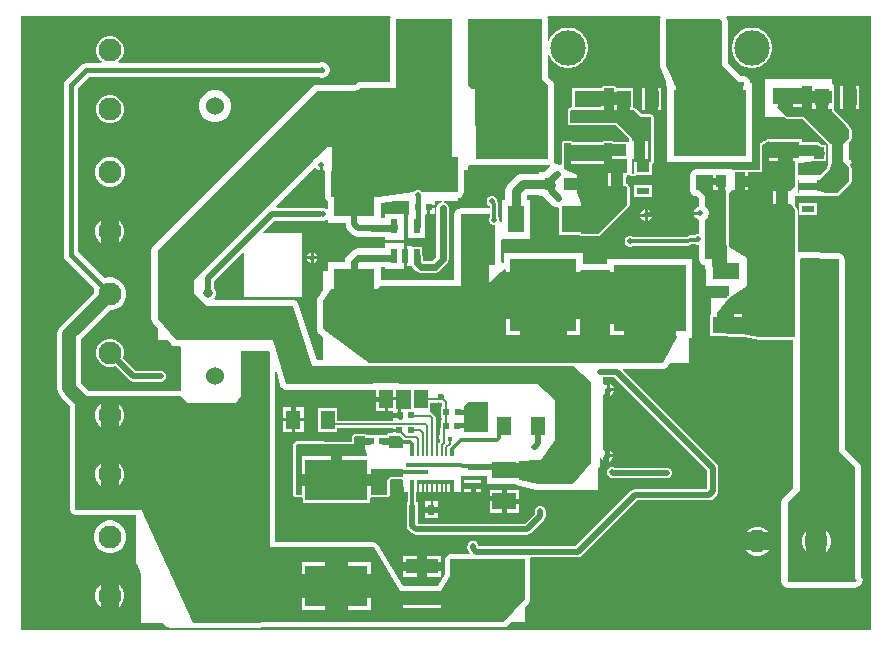
<source format=gbr>
%FSTAX23Y23*%
%MOIN*%
%SFA1B1*%

%IPPOS*%
%ADD10R,0.035430X0.039370*%
%ADD11R,0.041340X0.023620*%
%ADD15C,0.023620*%
%ADD16R,0.023620X0.024410*%
%ADD20R,0.047240X0.062990*%
%ADD27R,0.107090X0.048030*%
%ADD37R,0.037010X0.021260*%
%ADD41C,0.019680*%
%ADD42C,0.015750*%
%ADD43C,0.011810*%
%ADD44C,0.007870*%
%ADD45C,0.023620*%
%ADD51C,0.076770*%
%ADD52C,0.060000*%
%ADD53C,0.118110*%
%ADD54C,0.019680*%
%ADD55C,0.031500*%
%ADD56C,0.015750*%
%ADD57R,0.055000X0.090000*%
%ADD58R,0.224020X0.243310*%
%ADD59R,0.090000X0.055000*%
%ADD60R,0.243310X0.224020*%
%ADD61R,0.135830X0.057090*%
%ADD62R,0.045280X0.055120*%
%ADD63R,0.023620X0.047240*%
%ADD64R,0.208660X0.137400*%
%ADD65R,0.074800X0.011810*%
%ADD66R,0.011810X0.027560*%
%ADD67R,0.007870X0.027560*%
%ADD68R,0.079130X0.054330*%
%ADD69R,0.018700X0.019680*%
%ADD70R,0.021260X0.037010*%
%ADD71C,0.031500*%
%ADD72C,0.051180*%
%ADD73C,0.035430*%
%ADD74C,0.047240*%
%ADD75C,0.010000*%
%LNpwr_board_final_copper_signal_bot-1*%
%LPD*%
G36*
X02335Y0203D02*
Y01882D01*
X02392Y01825*
X0241*
Y01812*
X02405*
Y0169*
X02184*
Y01812*
X02179*
X02165Y01845*
X0215Y01878*
Y02035*
X0233*
X02335Y0203*
G37*
G36*
X01735Y01834D02*
X01757Y01814D01*
X01757*
Y01814*
Y01814*
Y01802*
X01757Y01802*
X01756*
Y0168*
X01513*
Y01802*
X01503*
X0149Y01815*
Y02035*
X01735*
Y01834*
G37*
G36*
X0197Y01619D02*
X01998D01*
Y0158*
X0197*
Y0157*
X0202*
Y01525*
X02017Y01521*
X02015*
X02006*
Y015*
Y01478*
X02015*
X02017*
X0202Y01474*
Y01415*
X01925Y0132*
X01867*
Y01325*
X0183*
Y01411*
X01867*
Y01423*
X0186Y0144*
X01854Y01455*
Y01465*
X01826*
Y01504*
X01854*
Y01514*
X0181Y01535*
Y0154*
Y01621*
X01833*
Y01616*
X01888*
X01943*
Y01621*
X0197*
Y01619*
G37*
G36*
X02834Y0D02*
X0D01*
Y02047*
X0123*
X01232Y02043*
X01232Y02042*
X0123Y02035*
Y01825*
X0113*
X01127Y01824*
X01124Y01824*
X01123Y01823*
X01122Y01823*
X0112Y01822*
X01117Y0182*
X01114Y01818*
X01112Y01817*
X01109Y01817*
X00988*
X0098Y01815*
X00973Y01811*
X0044Y01278*
X00436Y01271*
X00434Y01264*
Y01035*
X00435Y01031*
X00435Y01028*
X00436Y01028*
X00436Y01027*
X00438Y01024*
X00439Y01021*
X00455Y01004*
Y00965*
X00488*
X00499Y00951*
X005Y00951*
X005Y0095*
X00503Y00949*
X00505Y00947*
X00506Y00946*
X00507Y00946*
X0051Y00945*
X00513Y00944*
X00514Y00945*
X00515Y00944*
X00529*
X00534Y00939*
X00534Y008*
X00532Y00796*
X00225*
X00199Y00821*
Y00967*
X00297Y01065*
X00303*
X00316Y01069*
X00329Y01076*
X00339Y01086*
X00346Y01099*
X0035Y01112*
Y01127*
X00346Y0114*
X00339Y01153*
X00329Y01163*
X00316Y0117*
X00303Y01174*
X00288*
X00278Y01171*
X00189Y01259*
Y01805*
X00226Y01841*
X00993*
X00999Y0184*
X01006*
X01012Y01841*
X01018Y01845*
X01023Y01849*
X01026Y01855*
X01028Y01862*
Y01868*
X01026Y01875*
X01023Y01881*
X01018Y01886*
X01012Y01889*
X01006Y01891*
X00999*
X00993Y01889*
X00325*
X00323Y01894*
X00324Y01894*
X00332Y01903*
X00339Y01913*
X00342Y01925*
Y01937*
X00339Y01949*
X00332Y0196*
X00324Y01968*
X00313Y01974*
X00302Y01978*
X00289*
X00278Y01974*
X00267Y01968*
X00258Y0196*
X00252Y01949*
X00249Y01937*
Y01925*
X00252Y01913*
X00258Y01903*
X00267Y01894*
X00268Y01894*
X00266Y01889*
X00216*
X00207Y01887*
X00199Y01882*
X00148Y01832*
X00143Y01824*
X00141Y01815*
Y0125*
X00143Y0124*
X00148Y01232*
X00244Y01137*
X00241Y01127*
Y01122*
X00131Y01012*
X00125Y01003*
X00121Y00994*
X0012Y00984*
Y00805*
X00121Y00794*
X00125Y00785*
X00131Y00776*
X00164Y00743*
Y004*
X00166Y00393*
X00169Y00388*
X00174Y00385*
X0018Y00383*
X00383*
Y00225*
X00383Y00224*
X00383Y00224*
X00384Y00221*
X00385Y00218*
X00385Y00218*
X00385Y00218*
X004Y00186*
Y00023*
X00401Y00022*
X00474*
X00475Y00018*
X00476Y00017*
X00476Y00017*
X00476Y00017*
X00477Y00016*
X00478Y00014*
X00478Y00014*
X00479Y00012*
X0048Y00012*
X0048Y00012*
X00481Y00011*
X00482Y0001*
X00482Y0001*
X00482Y0001*
X00483Y0001*
X00485Y00009*
X00485Y00009*
X00485Y00009*
X00487Y00008*
X00488Y00008*
X00489Y00008*
X0049*
X00491Y00008*
X00491*
X00492Y00007*
X00798*
X00799Y00008*
X00801*
X00803Y00008*
X00804Y00008*
X01605*
X01605*
X0161*
X0161*
X0161Y00009*
X0161Y00008*
X01613Y00009*
X01616Y0001*
X01616Y0001*
X01616Y0001*
X01618Y00012*
X01621Y00013*
X01621*
X01621Y00013*
X01621Y00014*
X01631Y00025*
X0168*
Y00077*
X01692Y0009*
X01694Y00092*
X01695Y00095*
X01695Y00095*
X01695Y00095*
X01696Y00098*
X01696Y00101*
Y0013*
Y00235*
X01696Y00237*
X017Y00242*
X01855*
X01862Y00243*
X01867Y00247*
X02052Y00431*
X02294*
X02301Y00433*
X02307Y00437*
X02318Y00448*
X02322Y00454*
X02323Y00461*
Y00539*
X02322Y00546*
X02318Y00551*
X02005Y00865*
X02007Y00869*
X0214*
X02143Y0087*
X02146Y0087*
X02146Y00871*
X02147Y00871*
X0215Y00873*
X02153Y00874*
X02153Y00875*
X02154Y00875*
X02155Y00878*
X02157Y0088*
X02162Y0089*
X02186*
X02187Y0089*
X02225Y0089*
Y00973*
X02236*
Y01236*
X01953*
Y01219*
X01871*
Y01256*
X01608*
Y01223*
X01605Y01222*
X016Y01225*
Y01299*
X01602Y01303*
X01697*
Y01432*
X01685*
Y01447*
X01687Y01449*
X01726*
Y01445*
X0174*
X01743Y01442*
X01767Y01417*
X01774Y01412*
X01781Y01409*
X0179Y01408*
X0179Y01408*
X01794Y01405*
Y01315*
X01861*
X01861Y01314*
X01864Y01312*
X01867Y01311*
X01925*
X01928Y01312*
X0193Y01314*
X02025Y01409*
X02027Y01411*
X02028Y01415*
Y01474*
X02027Y01475*
Y01475*
X02027Y01476*
X02027Y01477*
X02026Y01478*
X02026Y01478*
X02024Y01482*
X02023Y01483*
X02023Y01483*
X02022Y01484*
X02021Y01484*
X02021Y01485*
X0202Y01485*
X02019Y01485*
X02018Y01486*
X02015Y01489*
Y0151*
X02018Y01513*
X02019Y01514*
X0202Y01514*
X02021Y01514*
X02021Y01515*
X02022Y01515*
X02022Y01515*
X02023Y01516*
X02026Y01516*
X02026Y01516*
X02028Y01515*
X02029Y01514*
X02031Y01512*
X02035Y01511*
X02042*
X02045Y01512*
X02048Y01514*
X0205Y01516*
X0205Y01517*
X02101*
Y01536*
X02102Y01537*
Y01551*
X02103Y01551*
X02105Y01553*
X02107Y01556*
X02108Y01559*
Y01575*
Y0171*
X02107Y01713*
X02105Y01715*
X02103Y01717*
X021Y01718*
X02068*
X0205Y01735*
X0205Y01735*
X02049Y01736*
X02045Y01739*
X02045Y01739*
X02044Y01739*
X02043Y0174*
X02043Y0174*
X02042Y0174*
X02041Y0174*
X02039*
Y01805*
X01984*
X01983Y01808*
X01981Y0181*
X01979Y01812*
X01976Y01813*
X01943*
X0194Y01812*
X01937Y0181*
X01935Y01808*
X01935Y01805*
X01835*
Y01744*
X01832Y0174*
X01831Y0174*
X0183Y01739*
X0183Y01739*
X01829Y01739*
X01828Y01738*
X01827Y01738*
X01827Y01738*
X01827Y01737*
X01824Y01734*
X01823Y01733*
X01822Y01731*
X01822Y01731*
X01822Y01731*
X01822Y0173*
X01821Y01728*
Y0169*
X01822Y01686*
X01824Y01684*
X01826Y01682*
X0183Y01681*
X01981*
X02026Y01636*
Y01631*
X02025Y01628*
X02022Y01627*
X01999*
X01998Y01627*
X01976*
X01973Y01629*
X0197Y0163*
X01943*
X0194Y01629*
X01937Y01627*
X01936Y01625*
X0184*
X01838Y01627*
X01836Y01629*
X01833Y0163*
X0181*
X01806Y01629*
X01804Y01627*
X01802Y01625*
X01801Y01621*
Y01552*
X01796Y01549*
X01793Y0155*
X01785Y01551*
X01781Y01551*
X01776Y01555*
Y01678*
X01776Y0168*
Y01799*
X01777Y01802*
Y01802*
Y01814*
X01777Y01815*
X01777Y01815*
X01777Y01815*
X01777Y01815*
X01776Y01818*
X01776Y01821*
X01775Y01822*
X01775Y01822*
X01775Y01822*
X01775Y01822*
X01775Y01823*
X01775Y01823*
X01773Y01825*
X01771Y01828*
X01771Y01828*
X01771Y01829*
X01771Y01829*
X01771Y01829*
X0177Y01829*
X0177Y01829*
X01755Y01843*
Y01915*
X0176Y01916*
X01763Y01908*
X0177Y01897*
X0178Y01888*
X01791Y0188*
X01803Y01875*
X01816Y01873*
X01829*
X01842Y01875*
X01854Y0188*
X01865Y01888*
X01874Y01897*
X01882Y01908*
X01887Y0192*
X01889Y01933*
Y01946*
X01887Y01959*
X01882Y01971*
X01874Y01982*
X01865Y01991*
X01854Y01999*
X01842Y02004*
X01829Y02006*
X01816*
X01803Y02004*
X01791Y01999*
X0178Y01991*
X0177Y01982*
X01763Y01971*
X0176Y01963*
X01755Y01964*
Y02035*
X01753Y02042*
X01753Y02043*
X01755Y02047*
X02129*
X02131Y02043*
X02131Y02042*
X02129Y02035*
Y01878*
X02129Y01878*
X02129Y01877*
X0213Y01874*
X02131Y0187*
X02131Y0187*
X02131Y0187*
X02146Y01836*
Y01836*
X0215Y01829*
Y01812*
X02153*
Y01558*
X02436*
Y01821*
X0243*
Y01825*
X02428Y01832*
X02424Y01839*
X02417Y01843*
X0241Y01845*
X024*
X02355Y0189*
Y0203*
X02353Y02037*
X0235Y02042*
X02352Y02047*
X02834*
Y0*
G37*
G36*
X01976Y01805D02*
Y01791D01*
X02008*
Y0177*
X0203*
Y01732*
X02041*
X02045Y01729*
X02065Y0171*
X021*
Y01575*
Y01559*
X02093*
Y01537*
X02052*
Y01559*
X02042*
Y0152*
X02035*
Y0157*
X02043*
Y016*
Y01629*
X02035*
Y0164*
X01985Y0169*
X0183*
Y01728*
X01833Y01732*
X01943*
Y01744*
X01888*
Y01795*
X01943*
Y01805*
X01976*
G37*
G36*
X01005Y0153D02*
X01008Y01532D01*
X01013Y01529*
X01012Y01447*
X01012Y01447*
X01012Y01446*
X01012Y01443*
X01013Y0144*
X01013Y01439*
X01013Y01439*
X01015Y01436*
X01017Y01433*
X01018Y01433*
X01018Y01432*
X01023Y01428*
X01023Y01428*
Y01403*
X01018Y01401*
X01017Y01403*
X01009Y01406*
X01*
X00999Y01406*
X00995Y01407*
X00852*
X0085Y01411*
X00978Y01539*
X00983Y01538*
X00988Y01533*
X00995Y0153*
Y0155*
X01005*
Y0153*
G37*
G36*
X01435Y01575D02*
X01455D01*
Y01459*
X01336*
X01332Y01463*
X01325Y01466*
X01318*
X01311Y01463*
X01307Y01458*
X01188Y01442*
X01177*
Y01404*
X01043*
Y01442*
X01037*
X01032Y01447*
X01035Y0161*
X0102*
X00988Y01577*
X00981Y01573*
X00976Y01568*
X00972Y01561*
X00575Y01165*
Y01122*
X00615Y0108*
X00905*
X0097Y0088*
X0159*
X0184*
X019Y00825*
Y00741*
Y00556*
X0184Y00485*
X01725*
X01721Y00485*
X01664Y005*
X0166*
Y005*
Y00506*
X0161*
Y00557*
X0166*
Y00562*
X01725Y00565*
X01726Y00566*
X01734Y00567*
X0178Y00631*
Y00764*
X0172Y0082*
X0126*
Y00821*
X01173*
Y0082*
X00883*
X0084Y00965*
X00515*
X00455Y01035*
Y01264*
X00988Y01797*
X0111*
X01118Y01798*
X01124Y018*
X01128Y01803*
X0113Y01805*
X0125*
Y02035*
X01435*
Y01575*
G37*
G36*
X01763Y01543D02*
X01762Y01542D01*
X01744Y01524*
X01726*
Y0152*
X01673*
X01663Y01519*
X01655Y01515*
X01647Y0151*
X01624Y01487*
X01619Y01479*
X01615Y01471*
X01614Y01461*
Y01432*
X01602*
Y0136*
X01602Y0136*
X01597Y01359*
X01597Y01359*
X01596Y01361*
X01595Y01362*
X01594Y01363*
Y0137*
X01591Y01376*
X0159Y01377*
Y01419*
X01589Y01424*
X01586Y01428*
Y01432*
X01584Y01438*
X01579Y01443*
X01572Y01446*
X01565*
X01559Y01443*
X01554Y01438*
X01551Y01432*
Y01425*
X01554Y01418*
X01559Y01413*
X01562Y01412*
Y01405*
X01465*
X01457Y01403*
X0145Y01399*
X01446Y01392*
X01444Y01385*
Y01165*
X01198*
Y01208*
X01212*
Y01202*
X01275*
Y01212*
X01275*
Y01245*
Y01279*
X01275*
Y01289*
X01212*
Y01271*
X01124*
X01116Y0127*
X01108Y01267*
X01102Y01262*
X01088Y01248*
X01083Y01242*
X0108Y01234*
X01079Y01226*
Y01224*
X01023*
Y01195*
X01005*
X01005Y01194*
Y01132*
X00989Y01107*
X00988Y01105*
X00987Y01104*
X00986Y01102*
X00986Y011*
X00986Y01098*
X00985Y01096*
Y01002*
X00986Y01*
X00986Y00998*
X00986Y00996*
X00987Y00994*
X00988Y00993*
X00988Y00991*
X0099Y00989*
X00991Y00987*
X00993Y00986*
X00994Y00985*
X01005Y00977*
Y009*
X00985*
X00924Y01086*
X00923Y01086*
X00923Y01087*
X00921Y0109*
X0092Y01093*
X00919Y01093*
X00919Y01094*
X00916Y01095*
X00914Y01097*
X00913Y01098*
X00912Y01098*
X00909Y01099*
X00906Y011*
X00905Y01099*
X00905Y011*
X00646*
X00645Y01102*
X00644Y01105*
X00647Y0111*
X00649Y01117*
Y01125*
X00647Y01132*
X00644Y01138*
Y01163*
X00739Y01258*
X00744Y01256*
Y01108*
X00937*
Y01321*
X00809*
X00807Y01325*
X00844Y01362*
X00995*
X00999Y01363*
X01Y01363*
X01009*
X01017Y01366*
X01018Y01368*
X01023Y01366*
Y01355*
X01081*
Y01351*
X01082Y01343*
X01085Y01336*
X01089Y0133*
X01101Y01318*
X01107Y01314*
X01114Y01311*
X01122Y0131*
X01159*
X01161Y01309*
X01169Y01308*
X01212*
Y013*
X01275*
Y01337*
X01275Y0134*
Y01344*
X01275Y01346*
Y01387*
X01212*
Y01371*
X01198*
Y01423*
X01245Y0143*
X01294*
Y01383*
X0129*
Y01304*
X01345*
Y01347*
X01345Y01347*
Y01382*
X01349*
Y01387*
X01353*
Y0141*
X01358*
Y01415*
X01379*
Y01429*
X01401*
X01401Y01424*
X01397Y01423*
X0139Y01419*
X01386Y01412*
X01384Y01405*
Y01243*
X01371Y0123*
X0134*
X01338Y01232*
Y01245*
X01337Y01247*
Y01277*
X01302*
Y01279*
X01285*
Y01245*
Y01212*
X01302*
X01304Y01209*
X01317Y01195*
X01324Y01191*
X01332Y01189*
X0138*
X01381Y0119*
X01383*
X01385Y01191*
X01387Y01191*
X01389Y01192*
X01391Y01193*
X01392Y01194*
X01394Y01195*
X01419Y0122*
X01423Y01227*
X01425Y01235*
Y01405*
X01423Y01412*
X01419Y01419*
X01412Y01423*
X01408Y01424*
X01408Y01429*
X01457*
Y01439*
X01463Y0144*
X0147Y01445*
X01474Y01451*
X01475Y01459*
Y0153*
X01476Y01531*
X01489*
Y01546*
X01493Y01548*
X01761*
X01763Y01543*
G37*
G36*
X01562Y01377D02*
X01561Y01376D01*
X01558Y0137*
Y01363*
X01561Y01356*
X01566Y01351*
X01573Y01348*
X0158*
X0158Y01348*
Y01215*
X0156*
Y01155*
X01576Y01171*
X01598Y01193*
X01613Y01201*
X01617Y01198*
Y01193*
X0174*
X01862*
Y01194*
X01867Y01199*
X01963*
X01963Y01194*
Y01191*
X02095*
Y01105*
X02181*
Y00982*
X02181*
X02185Y00977*
X0214Y0089*
X0116*
X01005Y01002*
Y01096*
X01032Y01136*
X01037Y01137*
X01043*
Y01175*
X01177*
Y01137*
X01188*
X0119Y01138*
X01195Y01144*
Y01145*
X01465*
Y01385*
X01562*
Y01377*
G37*
G36*
X01555Y00659D02*
X01475D01*
Y00671*
X01454*
Y00688*
X01475*
Y007*
Y00702*
X01475Y00705*
Y00716*
X01456*
Y00733*
X01475*
Y00744*
X0149Y00759*
X01494Y0076*
X01555*
Y00659*
G37*
G36*
X01396Y00755D02*
X01402D01*
X01403Y00754*
Y00742*
X01398*
Y00707*
X01403*
Y007*
X01398*
Y00672*
X01397Y00671*
Y00655*
X01397Y00653*
Y00651*
X01394Y00649*
Y0063*
X01384*
Y00649*
X01382Y00651*
Y00688*
X01382Y00692*
Y00692*
Y00704*
X01381Y00708*
X01379Y00712*
X01369Y00722*
X01365Y00724*
X01362Y00725*
X01362Y0073*
X01362*
Y00757*
X01387*
X01388Y00758*
X01396Y00755*
G37*
G36*
X0083Y00927D02*
Y00275D01*
X01175*
X01263Y0013*
X01272*
Y00129*
X01399*
Y0013*
X01399*
X0143Y0018*
Y00235*
X0168*
Y00101*
X0161Y00025*
X01605*
X008*
Y00024*
X00798Y00023*
X00571*
X004Y00403*
Y004*
X00182*
X00181Y004*
X0018Y00401*
Y00743*
Y0078*
X00225*
X00532*
X00534Y00778*
X00553Y00754*
X00716*
X00733Y00778*
Y00929*
X00826Y0093*
X0083Y00927*
G37*
G36*
X01145Y00645D02*
Y0064D01*
X01167*
Y00616*
X01145*
Y00606*
X01151Y00582*
X01148Y00578*
X0107*
Y00519*
X01165*
Y00535*
X01273*
Y0051*
X01268Y0051*
X0123*
X0122Y005*
Y0045*
X01165*
Y0048*
X0105*
X00936*
Y0045*
X00915*
Y00616*
X00918Y0062*
X01109Y00619*
Y00641*
X01113Y00645*
X01145Y00645*
G37*
G36*
X01242Y00647D02*
X0126D01*
X01272Y00634*
X01273Y00634*
Y00605*
X01229*
X01225Y00606*
Y00616*
X01203*
Y0064*
X01225*
Y00647*
X01242*
Y00647*
G37*
G36*
X01438Y00484D02*
X0132D01*
Y00498*
X01438*
Y00484*
G37*
G36*
X00864Y00814D02*
X00864Y00813D01*
X00864Y00812*
X00866Y00809*
X00867Y00807*
X00868Y00806*
X00869Y00805*
X00871Y00804*
X00873Y00802*
X00874Y00802*
X00875Y00801*
X00878Y008*
X00881Y008*
X00882Y008*
X00883Y00799*
X01173*
X01178Y008*
X01183Y00798*
Y00775*
X01217*
X0125*
Y00798*
X01255Y008*
X0126Y00799*
X01299*
Y00735*
X01283*
Y00737*
X01266*
Y00715*
X01261*
Y0071*
X0124*
Y00697*
X01239Y00697*
X01053*
Y00739*
X0099*
Y0066*
X01053*
Y00672*
X0124*
Y0067*
X01259*
Y0066*
X0124*
Y00655*
X01225*
X01222Y00655*
X01219Y00653*
X01217Y0065*
X01217Y00648*
X01152*
X01151Y00649*
X0115Y0065*
X0115Y0065*
X0115Y0065*
X01149Y00651*
X01148Y00652*
X01148Y00652*
X01148Y00652*
X01146Y00652*
X01145Y00653*
X01113Y00653*
X01113*
X01113*
X01111Y00652*
X0111Y00652*
Y00652*
X0111*
X01108Y00651*
X01107Y0065*
Y0065*
X01107*
X01104Y00647*
X01104Y00647*
X01103Y00645*
X01102Y00644*
Y00644*
Y00644*
X01102Y00643*
X01101Y00641*
X01101Y00641*
X01101Y00641*
Y0063*
X01098Y00627*
X00918Y00628*
X00918*
X00918Y00628*
X00917Y00628*
X00915Y00627*
X00915*
X00915Y00627*
X00914Y00626*
X00912Y00625*
X00912Y00625*
X00912Y00625*
X00909Y00622*
X00909Y00622*
X00909Y00622*
X00908Y00621*
X00907Y00619*
Y00619*
X00907Y00619*
X00907Y00618*
X00906Y00616*
Y00616*
Y00616*
Y0045*
X00907Y00446*
X00909Y00444*
X00911Y00442*
X00915Y00441*
X00936*
X00938Y0044*
Y00423*
X01163*
Y0044*
X01165Y00441*
X0122*
X01223Y00442*
X01226Y00444*
X01228Y00446*
X01228Y0045*
Y00496*
X01234Y00501*
X01268*
X01269Y00502*
X01269Y00502*
X01269Y00502*
X01274Y00497*
X01275Y0046*
X01289*
Y00426*
X01285*
Y00373*
X01286*
Y00346*
X01287Y00339*
X01291Y00333*
X01303Y00322*
X01309Y00318*
X01315Y00316*
X01685*
X01692Y00318*
X01698Y00322*
X01743Y00367*
X01747Y00373*
X01748Y0038*
Y00395*
X01748Y00396*
Y00398*
X01747Y004*
X01747Y00401*
X01746Y00403*
X01745Y00405*
X01744Y00406*
X01743Y00407*
X01742Y00408*
X0174Y0041*
X01739Y0041*
X01737Y00411*
X01736Y00412*
X01734Y00412*
X01732*
X0173Y00413*
X01729Y00412*
X01727*
X01725Y00412*
X01723Y00411*
X01722Y0041*
X0172Y0041*
X01719Y00408*
X01718Y00407*
X01717Y00406*
X01715Y00405*
X01715Y00403*
X01714Y00401*
X01713Y004*
X01713Y00398*
Y00396*
X01712Y00395*
Y00387*
X01678Y00353*
X01323*
X01322Y00354*
Y00373*
X01322*
Y00426*
X01317*
Y00435*
Y0046*
X01465*
Y0049*
Y00508*
X01467Y00512*
X01544*
Y00513*
X01551*
Y00485*
X01647*
X01652Y00481*
X0166Y00479*
X01661*
X01717Y00466*
X01721Y00465*
X01723Y00465*
X01725Y00464*
X0184*
X01841Y00465*
X01842Y00465*
X01845Y00465*
X01848Y00466*
X01849Y00466*
X01849Y00467*
X01851Y00468*
X01856Y00466*
X01856Y00466*
X01923*
Y00539*
X01928Y00544*
Y00546*
X01929Y00547*
Y00572*
X01934Y00573*
X01936Y00568*
X01942Y00563*
X01948Y0056*
Y00579*
Y00599*
X01945Y00597*
X0194Y00601*
Y00782*
X01945Y00784*
X01946Y00783*
X01952Y0078*
Y008*
Y00819*
X01946Y00817*
X01945Y00816*
X0194Y00818*
Y00841*
X01977*
X02287Y00531*
Y00469*
X02286Y00468*
X02045*
X02038Y00466*
X02032Y00462*
X01847Y00278*
X01524*
X01523Y00279*
Y00279*
X01523Y00281*
Y00282*
X01522Y00284*
X01522Y00286*
X01521Y00287*
X0152Y00289*
X01519Y0029*
X01518Y00292*
X01517Y00293*
X01515Y00294*
X01514Y00295*
X01512Y00296*
X01511Y00296*
X01509Y00297*
X01507*
X01505Y00297*
X01504Y00297*
X01502*
X015Y00296*
X01498Y00296*
X01497Y00295*
X01495Y00294*
X01494Y00293*
X01493Y00292*
X01492Y0029*
X0149Y00289*
X0149Y00287*
X01489Y00286*
X01488Y00284*
X01488Y00282*
Y00281*
X01487Y00279*
Y00271*
X01489Y00264*
X01493Y00258*
X01496Y00255*
X01494Y00251*
X0143*
X01423Y00249*
X01418Y00246*
X01415Y00241*
X01413Y00235*
Y00184*
X0139Y00145*
X01275*
X01272Y00146*
X01188Y00283*
X01187Y00284*
X01187Y00285*
X01186Y00285*
X01186Y00286*
X01185Y00287*
X01184Y00287*
X01183Y00288*
X01182Y00289*
X01181Y00289*
X01181Y00289*
X01179Y0029*
X01178Y0029*
X01177Y0029*
X01176Y0029*
X01175Y0029*
X01175Y00291*
X00846*
Y00858*
X00851Y00859*
X00864Y00814*
G37*
%LNpwr_board_final_copper_signal_bot-2*%
%LPC*%
G36*
X01943Y01563D02*
X01888D01*
X01833*
Y01552*
X01943*
Y01563*
G37*
G36*
X01967Y01521D02*
X01956D01*
Y01478*
X01967*
Y015*
Y01521*
G37*
G36*
X02442Y02006D02*
X02429D01*
X02416Y02004*
X02404Y01999*
X02393Y01991*
X02383Y01982*
X02376Y01971*
X02371Y01959*
X02368Y01946*
Y01933*
X02371Y0192*
X02376Y01908*
X02383Y01897*
X02393Y01888*
X02404Y0188*
X02416Y01875*
X02429Y01873*
X02442*
X02455Y01875*
X02467Y0188*
X02478Y01888*
X02487Y01897*
X02495Y01908*
X025Y0192*
X02502Y01933*
Y01946*
X025Y01959*
X02495Y01971*
X02487Y01982*
X02478Y01991*
X02467Y01999*
X02455Y02004*
X02442Y02006*
G37*
G36*
X02793Y01812D02*
X02782D01*
Y01775*
Y01737*
X02793*
Y01812*
G37*
G36*
X02739D02*
X02728D01*
Y01737*
X02739*
Y01775*
Y01812*
G37*
G36*
X02133Y01807D02*
X02123D01*
Y0177*
Y01732*
X02133*
Y01807*
G37*
G36*
X02078D02*
X02068D01*
Y01732*
X02078*
Y0177*
Y01807*
G37*
G36*
X00652Y01798D02*
X00638D01*
X00625Y01794*
X00612Y01787*
X00602Y01777*
X00595Y01765*
X00592Y01752*
Y01738*
X00595Y01724*
X00602Y01712*
X00612Y01702*
X00625Y01695*
X00638Y01691*
X00652*
X00666Y01695*
X00678Y01702*
X00688Y01712*
X00695Y01724*
X00698Y01738*
Y01752*
X00695Y01765*
X00688Y01777*
X00678Y01787*
X00666Y01794*
X00652Y01798*
G37*
G36*
X00302Y01781D02*
X00289D01*
X00278Y01778*
X00267Y01772*
X00258Y01763*
X00252Y01752*
X00249Y01741*
Y01728*
X00252Y01717*
X00258Y01706*
X00267Y01697*
X00278Y01691*
X00289Y01688*
X00302*
X00313Y01691*
X00324Y01697*
X00332Y01706*
X00339Y01717*
X00342Y01728*
Y01741*
X00339Y01752*
X00332Y01763*
X00324Y01772*
X00313Y01778*
X00302Y01781*
G37*
G36*
X02701Y01835D02*
X0248D01*
Y0174*
Y0171*
X02541*
X02548Y01704*
X02549Y01703*
X0255Y01702*
X0255Y01702*
X02551Y01702*
X02552Y01702*
X02553Y01701*
X02606*
X02684Y01624*
X02684Y01623*
X0269Y01618*
Y01548*
X02687Y01539*
X02669Y0152*
X02663Y01515*
X0259*
X02588Y01519*
Y01554*
X02602*
X02606Y01554*
X02608Y01556*
X02608Y01556*
X0261Y01559*
X0261Y01559*
X0263*
X02632Y01562*
X02684*
Y01588*
X02684Y0159*
X02684Y01591*
Y01617*
X02667*
X02666Y01618*
X02661Y01622*
X02655Y01624*
X02648Y01625*
X02601*
Y01635*
X02497*
X02497Y01635*
X02496Y01636*
X02495Y01636*
X02495Y01636*
X02494Y01636*
X02493Y01636*
X02492Y01636*
X02492Y01636*
X02491Y01636*
X0249Y01636*
X02489Y01636*
X02489Y01635*
X02478Y01629*
X02473*
X02473Y01629*
X0247Y01626*
X0247*
Y01625*
X02466Y01623*
X02465Y01622*
X02464Y01621*
X02464Y01621*
X02463Y01621*
X02463Y0162*
X02462Y01619*
X02462Y01618*
X02462Y01618*
X02462Y01617*
X02461Y01616*
Y01533*
X0237*
Y01534*
X02309*
X02305Y01535*
X0225*
X02242Y01533*
X02235Y01529*
X02231Y01522*
X02229Y01515*
Y01465*
X02231Y01457*
X02235Y0145*
X02242Y01446*
X0225Y01444*
X02251*
X02259Y01436*
Y01411*
X0226Y01411*
X02257Y01408*
X0225Y01405*
X02244Y01399*
X02242Y01393*
X02261*
Y01383*
X02242*
X02244Y01377*
X0225Y01371*
X02257Y01368*
X0226Y01365*
X02259Y01364*
Y01319*
X02252*
X02246Y01316*
X02244Y01314*
X02228*
X02223Y01313*
X02219Y0131*
X02217Y01309*
X02041*
X0204Y0131*
X02033Y01312*
X02026*
X02019Y0131*
X02014Y01305*
X02012Y01298*
Y01291*
X02014Y01284*
X02019Y01279*
X02026Y01277*
X02033*
X0204Y01279*
X02041Y0128*
X02223*
X02228Y01282*
X02232Y01285*
X02234Y01286*
X02246*
X02246Y01286*
X02252Y01283*
X02259*
Y01235*
X02261Y01227*
X02265Y0122*
X02272Y01216*
X02279Y01214*
X0228Y01206*
X02283Y012*
Y01196*
X02283Y01193*
Y01147*
X0236*
Y01114*
X02355Y01111*
X02354Y01111*
X02354Y0111*
X02354Y0111*
X02353Y0111*
X02349Y01105*
X023*
Y01052*
X02295Y0105*
X02295*
Y00979*
X02348*
X02348Y00979*
X02355*
X0236Y00977*
Y00975*
X02413*
X02458Y00967*
X02459Y00967*
X0246Y00966*
X02574*
Y00473*
X0254Y00439*
X02536Y00432*
X02534Y00425*
Y0016*
X02536Y00152*
X0254Y00145*
X02547Y00141*
X02555Y00139*
X0278*
X02787Y00141*
X02794Y00145*
X02799Y0015*
X02803Y00157*
X02805Y00165*
X02803Y00172*
X028Y00177*
Y0054*
X02798Y00547*
X02794Y00554*
X02745Y00603*
Y01235*
X02744Y01238*
X02743Y01241*
X02743Y01242*
X02743Y01242*
X02741Y01245*
X02739Y01248*
X02739Y01248*
X02739Y01249*
X02736Y01251*
X02733Y01253*
X02733Y01253*
X02732Y01253*
X02729Y01254*
X02725Y01255*
X02599Y01259*
X02599Y01259*
X02598Y01259*
X02595Y01259*
X02593Y01258*
X02588Y01261*
X02588Y01262*
Y014*
X02587Y014*
X02587Y01401*
X02587Y01402*
X02587Y01403*
X02586Y01403*
X02586Y01404*
X0258Y01413*
Y01446*
X02581Y01447*
X02585Y01448*
X02586Y01447*
X0259Y01446*
X0272*
X02723Y01447*
X02725Y01449*
X02765Y01489*
X02767Y01491*
X02768Y01495*
Y0154*
X02767Y01543*
X02765Y01545*
X02763Y01547*
X02763Y01548*
X02764Y01553*
X02765Y01554*
X02767Y01556*
X02768Y0156*
X02767Y01563*
X02765Y01565*
X02765Y01565*
X02762Y01567*
X0276Y01568*
Y01626*
X02765Y01632*
X02767Y01635*
X02768Y01638*
Y01665*
X02767Y01665*
X02767Y01666*
X02767Y01667*
X02767Y01668*
X02766Y01668*
X02766Y01669*
X0276Y01679*
Y0168*
X02759*
X02756Y01684*
X02756Y01685*
X02755Y01685*
X02709Y01731*
Y01812*
X02709Y01814*
X02709Y01815*
X02709Y01815*
X02709Y01815*
X02708Y01816*
X02707Y01818*
X02707Y01818*
Y01818*
X02706Y01819*
X02704Y01819*
X02704*
X02704Y01819*
X02703Y0182*
X02701Y0182*
X02701*
Y01835*
G37*
G36*
X00302Y01575D02*
X00289D01*
X00276Y01571*
X00265Y01565*
X00255Y01555*
X00249Y01544*
X00245Y01531*
Y01518*
X00249Y01505*
X00255Y01494*
X00265Y01484*
X00276Y01478*
X00289Y01474*
X00302*
X00315Y01478*
X00326Y01484*
X00336Y01494*
X00342Y01505*
X00346Y01518*
Y01531*
X00342Y01544*
X00336Y01555*
X00326Y01565*
X00315Y01571*
X00302Y01575*
G37*
G36*
X02101Y01482D02*
X02044D01*
Y01442*
X02101*
Y01482*
G37*
G36*
X02088Y01401D02*
Y01387D01*
X02102*
X021Y01393*
X02094Y01399*
X02088Y01401*
G37*
G36*
X02078D02*
X02071Y01399D01*
X02066Y01393*
X02063Y01387*
X02078*
Y01401*
G37*
G36*
X02651Y01422D02*
X02594D01*
Y01382*
X02651*
Y01422*
G37*
G36*
X02102Y01377D02*
X02088D01*
Y01362*
X02094Y01365*
X021Y01371*
X02102Y01377*
G37*
G36*
X02078D02*
X02063D01*
X02066Y01371*
X02071Y01365*
X02078Y01362*
Y01377*
G37*
G36*
X00325Y01366D02*
Y01328D01*
Y01289*
X00325Y01289*
X00334Y01298*
X0034Y01309*
X00344Y01321*
Y01334*
X0034Y01346*
X00334Y01357*
X00325Y01366*
X00325Y01366*
G37*
G36*
X00266D02*
X00266Y01366D01*
X00257Y01357*
X0025Y01346*
X00247Y01334*
Y01321*
X0025Y01309*
X00257Y01298*
X00266Y01289*
X00266Y01289*
Y01328*
Y01366*
G37*
G36*
X00302Y00969D02*
X00289D01*
X00278Y00966*
X00267Y0096*
X00258Y00951*
X00252Y00941*
X00249Y00929*
Y00917*
X00252Y00905*
X00258Y00894*
X00267Y00886*
X00278Y0088*
X00289Y00876*
X00302*
X00313Y00879*
X00361Y00832*
X00367Y00828*
X00374Y00826*
X00465*
X00466Y00827*
X00468*
X0047Y00827*
X00471Y00828*
X00473Y00829*
X00475Y00829*
X00476Y00831*
X00477Y00832*
X00478Y00833*
X0048Y00834*
X0048Y00836*
X00481Y00838*
X00482Y00839*
X00482Y00841*
Y00843*
X00483Y00845*
X00482Y00846*
Y00848*
X00482Y0085*
X00481Y00851*
X0048Y00853*
X0048Y00855*
X00478Y00856*
X00477Y00857*
X00476Y00858*
X00475Y0086*
X00473Y0086*
X00471Y00861*
X0047Y00862*
X00468Y00862*
X00466*
X00465Y00863*
X00381*
X00339Y00905*
X00342Y00917*
Y00929*
X00339Y00941*
X00332Y00951*
X00324Y0096*
X00313Y00966*
X00302Y00969*
G37*
G36*
X0246Y00343D02*
X02447D01*
X02435Y0034*
X02424Y00333*
X02415Y00324*
X02415Y00324*
X02454*
X02492*
X02492Y00324*
X02483Y00333*
X02472Y0034*
X0246Y00343*
G37*
G36*
X00303Y00364D02*
X00288D01*
X00275Y0036*
X00262Y00353*
X00252Y00343*
X00245Y0033*
X00241Y00317*
Y00302*
X00245Y00289*
X00252Y00276*
X00262Y00266*
X00275Y00259*
X00288Y00255*
X00303*
X00316Y00259*
X00329Y00266*
X00339Y00276*
X00346Y00289*
X0035Y00302*
Y00317*
X00346Y0033*
X00339Y00343*
X00329Y00353*
X00316Y0036*
X00303Y00364*
G37*
G36*
X02492Y00265D02*
X02454D01*
X02415*
X02415Y00265*
X02424Y00256*
X02435Y00249*
X02447Y00246*
X0246*
X02472Y00249*
X02483Y00256*
X02492Y00265*
X02492Y00265*
G37*
G36*
X00325Y00151D02*
Y00113D01*
Y00074*
X00325Y00074*
X00334Y00083*
X0034Y00094*
X00344Y00106*
Y00119*
X0034Y00131*
X00334Y00142*
X00325Y00151*
X00325Y00151*
G37*
G36*
X00266D02*
X00266Y00151D01*
X00257Y00142*
X0025Y00131*
X00247Y00119*
Y00106*
X0025Y00094*
X00257Y00083*
X00266Y00074*
X00266Y00074*
Y00113*
Y00151*
G37*
G36*
X01987Y01748D02*
X01976D01*
Y01732*
X01987*
Y01748*
G37*
G36*
X02089Y01629D02*
X02079D01*
Y016*
Y0157*
X02089*
Y01629*
G37*
G36*
X01379Y01405D02*
X01363D01*
Y01387*
X01379*
Y01405*
G37*
G36*
X00975Y01257D02*
Y01245D01*
X00987*
X00985Y0125*
X0098Y01255*
X00975Y01257*
G37*
G36*
X00965D02*
X00959Y01255D01*
X00954Y0125*
X00952Y01245*
X00965*
Y01257*
G37*
G36*
X00987Y01235D02*
X00975D01*
Y01222*
X0098Y01224*
X00985Y01229*
X00987Y01235*
G37*
G36*
X00965D02*
X00952D01*
X00954Y01229*
X00959Y01224*
X00965Y01222*
Y01235*
G37*
G36*
X01862Y01036D02*
X01818D01*
Y00983*
X01862*
Y01036*
G37*
G36*
X01661D02*
X01617D01*
Y00983*
X01661*
Y01036*
G37*
G36*
X02008Y01018D02*
X01963D01*
Y00982*
X02008*
Y01018*
G37*
G36*
X00325Y00753D02*
Y00715D01*
Y00676*
X00325Y00676*
X00334Y00685*
X0034Y00696*
X00344Y00708*
Y00721*
X0034Y00733*
X00334Y00744*
X00325Y00753*
X00325Y00753*
G37*
G36*
X00266D02*
X00266Y00753D01*
X00257Y00744*
X0025Y00733*
X00247Y00721*
Y00708*
X0025Y00696*
X00257Y00685*
X00266Y00676*
X00266Y00676*
Y00715*
Y00753*
G37*
G36*
X00325Y00556D02*
Y00518D01*
Y00479*
X00325Y00479*
X00334Y00488*
X0034Y00499*
X00344Y00511*
Y00524*
X0034Y00536*
X00334Y00547*
X00325Y00556*
X00325Y00556*
G37*
G36*
X00266D02*
X00266Y00556D01*
X00257Y00547*
X0025Y00536*
X00247Y00524*
Y00511*
X0025Y00499*
X00257Y00488*
X00266Y00479*
X00266Y00479*
Y00518*
Y00556*
G37*
G36*
X01165Y00224D02*
X0109D01*
Y00185*
X01165*
Y00224*
G37*
G36*
X01011D02*
X00936D01*
Y00185*
X01011*
Y00224*
G37*
G36*
X01399Y00082D02*
X01272D01*
Y00071*
X01399*
Y00082*
G37*
G36*
X01165Y00106D02*
X0109D01*
Y00066*
X01165*
Y00106*
G37*
G36*
X01011D02*
X00936D01*
Y00066*
X01011*
Y00106*
G37*
G36*
X01031Y00578D02*
X00936D01*
Y00519*
X01031*
Y00578*
G37*
G36*
X01962Y00819D02*
Y00805D01*
X01976*
X01974Y00811*
X01968Y00817*
X01962Y00819*
G37*
G36*
X01976Y00795D02*
X01962D01*
Y0078*
X01968Y00783*
X01974Y00788*
X01976Y00795*
G37*
G36*
X01212Y00765D02*
X01183D01*
Y00728*
X01212*
Y00765*
G37*
G36*
X0125D02*
X01222D01*
Y00728*
X0124*
Y0072*
X01256*
Y00737*
X0125*
Y00765*
G37*
G36*
X00941Y00741D02*
X00912D01*
Y00705*
X00941*
Y00741*
G37*
G36*
X00902D02*
X00874D01*
Y00705*
X00902*
Y00741*
G37*
G36*
X00941Y00695D02*
X00912D01*
Y00658*
X00941*
Y00695*
G37*
G36*
X00902D02*
X00874D01*
Y00658*
X00902*
Y00695*
G37*
G36*
X01958Y00599D02*
Y00584D01*
X01973*
X0197Y00591*
X01964Y00596*
X01958Y00599*
G37*
G36*
X01973Y00574D02*
X01958D01*
Y0056*
X01964Y00563*
X0197Y00568*
X01973Y00574*
G37*
G36*
X0197Y00543D02*
X01969Y00542D01*
X01967*
X01965Y00542*
X01963Y00541*
X01962Y0054*
X0196Y0054*
X01959Y00538*
X01958Y00537*
X01957Y00536*
X01955Y00535*
X01955Y00533*
X01954Y00531*
X01953Y0053*
X01953Y00528*
Y00526*
X01952Y00525*
X01953Y00523*
Y00521*
X01953Y00519*
X01954Y00518*
X01955Y00516*
X01955Y00514*
X01957Y00513*
X01958Y00512*
X0196Y0051*
X01966Y00506*
X01973Y00504*
X02151*
X02153Y00505*
X02155*
X02156Y00505*
X02158Y00506*
X0216Y00507*
X02161Y00507*
X02163Y00509*
X02164Y0051*
X02165Y00511*
X02166Y00512*
X02167Y00514*
X02168Y00515*
X02168Y00517*
X02169Y00519*
Y00521*
X02169Y00522*
X02169Y00524*
Y00526*
X02168Y00528*
X02168Y00529*
X02167Y00531*
X02166Y00532*
X02165Y00534*
X02164Y00535*
X02163Y00536*
X02161Y00537*
X0216Y00538*
X02158Y00539*
X02156Y00539*
X02155Y0054*
X02153*
X02151Y0054*
X01979*
X01977Y00541*
X01976Y00542*
X01974Y00542*
X01972*
X0197Y00543*
G37*
G36*
X01534Y005D02*
X01477D01*
Y00489*
X01505*
X01534*
Y005*
G37*
G36*
Y0047D02*
X01505D01*
X01477*
Y00459*
X01534*
Y00465*
Y0047*
G37*
G36*
X01388Y00428D02*
X01346D01*
Y00409*
X01367*
X01388*
Y00428*
G37*
G36*
X0166Y00465D02*
X0162D01*
Y00428*
Y0039*
X0166*
Y00465*
G37*
G36*
X01601D02*
X01561D01*
Y0039*
X01601*
Y00428*
Y00465*
G37*
G36*
X01388Y0039D02*
X01367D01*
X01346*
Y00371*
X01388*
Y0039*
G37*
G36*
X01399Y00246D02*
X01351D01*
Y00227*
X01399*
Y00246*
G37*
G36*
X0132D02*
X01272D01*
Y00227*
X0132*
Y00246*
G37*
G36*
X01399Y00196D02*
X01351D01*
Y00177*
X01399*
Y00196*
G37*
G36*
X0132D02*
X01272D01*
Y00177*
X0132*
Y00196*
G37*
%LNpwr_board_final_copper_signal_bot-3*%
%LPD*%
G36*
X02683Y01812D02*
X02636D01*
Y01794*
X02668*
X02701*
Y01812*
X02701*
Y01728*
X0275Y0168*
X0276Y01665*
Y01638*
X02741Y01619*
X02739*
Y0159*
Y0156*
X02759*
X0276Y0156*
X02742*
X02742Y01559*
X02741Y01559*
Y01558*
X0276Y0154*
Y01495*
X0272Y01455*
X0268*
X02679Y01455*
X02678*
X02654Y01464*
X02653Y01463*
Y01455*
X02678*
X0268Y01455*
X0259*
Y01501*
X02592Y01499*
Y01489*
X02623*
X02653*
Y01499*
X02659*
X02675Y01515*
X02695Y01535*
X02701Y0156*
X02703*
Y0159*
Y01619*
X027*
X0269Y0163*
X0269*
X0261Y0171*
X02553*
X02517Y01742*
X02521*
Y0178*
X02548*
Y01806*
X02603*
Y01812*
X02683Y01812*
G37*
G36*
X02305Y01515D02*
Y01506D01*
X02333*
Y01495*
X02345*
Y01465*
X0235*
Y0126*
Y01235*
X0228*
Y01364*
X02285Y0137*
X02289Y01376*
X02291Y01384*
Y01392*
X02289Y01399*
X02285Y01406*
X0228Y01411*
Y01445*
X0226Y01465*
X0225*
Y01515*
X02305*
G37*
G36*
X02493Y01626D02*
X02548D01*
Y016*
X02574*
Y01562*
X02603*
X02602Y01562*
X0258*
Y0156*
X0258Y0156*
Y0148*
X02561Y01461*
X02556*
Y0144*
Y01418*
X02567*
X02567Y01418*
X0258Y014*
Y00975*
X0246*
X02404Y00984*
X02403Y00983*
Y00987*
X02348*
Y01015*
X0232*
Y01055*
X0232Y01057*
X0236Y01105*
X0242Y01145*
Y0124*
X0236Y01275*
Y01456*
X02368Y01465*
X02378*
Y01495*
Y01524*
X02368*
X0236Y01525*
X0247*
Y01616*
X02493Y01628*
Y01626*
G37*
G36*
X02725Y01235D02*
Y00595D01*
X0278Y0054*
Y0017*
X02785Y00165*
X0278Y0016*
X02555*
Y00425*
X02595Y00465*
Y01236*
X02598Y01239*
X02725Y01235*
G37*
%LNpwr_board_final_copper_signal_bot-4*%
%LPC*%
G36*
X02603Y01753D02*
X02574D01*
Y01742*
X02603*
Y01753*
G37*
G36*
X02701Y01755D02*
X02688D01*
Y01737*
X02701*
Y01755*
G37*
G36*
X02649D02*
X02636D01*
Y01737*
X02649*
Y01755*
G37*
G36*
X02653Y01465D02*
X02623D01*
X02592*
Y01455*
X02653*
Y01465*
G37*
G36*
X02321Y01483D02*
X02305D01*
Y01465*
X02321*
Y01483*
G37*
G36*
X02521Y01573D02*
X02493D01*
Y01562*
X02521*
Y01573*
G37*
G36*
X02424Y01524D02*
X02414D01*
Y01512*
X02424*
Y01524*
G37*
G36*
Y01477D02*
X02414D01*
Y01465*
X02424*
Y01477*
G37*
G36*
X02517Y01461D02*
X02506D01*
Y01418*
X02517*
Y0144*
Y01461*
G37*
G36*
X02403Y01052D02*
X02375D01*
Y01042*
X02403*
Y01052*
G37*
G36*
X02684Y00329D02*
Y00295D01*
Y0026*
X02689Y00265*
X02695Y00276*
X02699Y00288*
Y00301*
X02695Y00313*
X02689Y00324*
X02684Y00329*
G37*
G36*
X02617D02*
X02612Y00324D01*
X02605Y00313*
X02602Y00301*
Y00288*
X02605Y00276*
X02612Y00265*
X02617Y0026*
Y00295*
Y00329*
G37*
%LNpwr_board_final_copper_signal_bot-5*%
%LPD*%
G54D10*
X02333Y01495D03*
X02396D03*
X01763Y01485D03*
X01826D03*
X02721Y0159D03*
X02658D03*
X02061Y016D03*
X01998D03*
G54D11*
X02536Y0144D03*
X02623Y01402D03*
Y01477D03*
X02073Y01537D03*
Y01462D03*
X01986Y015D03*
G54D15*
X02685Y01685D03*
X0205D03*
X0138Y0121D03*
X0111Y01045D03*
X01105Y0147D03*
X014Y00775D03*
X0169Y0054D03*
X0105Y0059D03*
X01221Y0004D03*
X0105D03*
G54D16*
X01358Y0141D03*
X01321D03*
X01298Y00715D03*
X01261D03*
X01454Y0068D03*
X01417D03*
X01203Y00628D03*
X01167D03*
G54D20*
X00907Y007D03*
X01022D03*
X01217Y0077D03*
X01331D03*
X01609Y0068D03*
X01723D03*
G54D27*
X01335Y00105D03*
Y00212D03*
G54D37*
X01505Y00542D03*
Y0048D03*
G54D41*
X01517Y0026D02*
X01855D01*
X02045Y0045*
X02294*
X00225Y01241D02*
Y01428D01*
X00237Y0144D02*
X0037D01*
X00225Y01241D02*
X00237Y0123D01*
X00225Y01428D02*
X00237Y0144D01*
Y0123D02*
X0029D01*
X02305Y00461D02*
Y00539D01*
X0193Y0086D02*
X01985D01*
X02305Y00539*
X00835Y01385D02*
X00995D01*
X00622Y01172D02*
X00835Y01385D01*
X00295Y00923D02*
X00374Y00845D01*
X00465*
X00415Y00935D02*
X0045D01*
X00398Y00951D02*
X00415Y00935D01*
X00379Y0097D02*
X00398Y00951D01*
D01*
X00622Y01121D02*
Y01172D01*
X0111Y01351D02*
Y01384D01*
Y01351D02*
X01122Y0134D01*
X01169*
X01505Y00271D02*
Y00279D01*
Y00271D02*
X01517Y0026D01*
X00379Y0097D02*
Y0114D01*
X0029Y0123D02*
X00379Y0114D01*
X0059Y0166D02*
X00804D01*
X0037Y0144D02*
X0059Y0166D01*
X00804D02*
X00814Y0167D01*
X01973Y00522D02*
X02151D01*
X0197Y00525D02*
X01973Y00522D01*
X02294Y0045D02*
X02305Y00461D01*
X01315Y00335D02*
X01685D01*
X0173Y0038D02*
Y00395D01*
X01685Y00335D02*
X0173Y0038D01*
X01304Y00346D02*
X01315Y00335D01*
X01304Y00346D02*
Y004D01*
X01723Y00621D02*
Y0068D01*
X0171Y0061D02*
X01712D01*
X01723Y00621*
X01505Y00542D02*
X01599D01*
X01689Y0054D02*
X0169D01*
G54D42*
X00165Y0125D02*
Y01815D01*
X00216Y01865D02*
X01002D01*
X00165Y0125D02*
X00295Y0112D01*
X00165Y01815D02*
X00216Y01865D01*
X01321Y0141D02*
X01321Y0141D01*
X01321Y01448D02*
X01321Y01448D01*
X01321Y0141D02*
Y01448D01*
X01318Y01344D02*
X01321Y01347D01*
Y0141*
X01367Y004D02*
X01404D01*
X0112Y0077D02*
X01217D01*
X0111Y0076D02*
X0112Y0077D01*
X01725Y0045D02*
X0193D01*
X0194Y00535D02*
X01945Y0054D01*
X0193Y0045D02*
X0194Y00459D01*
Y00535*
X01945Y0054D02*
Y00572D01*
X01705Y0043D02*
X01725Y0045D01*
X0111Y0076D02*
X01155Y00715D01*
X0108Y0079D02*
X0111Y0076D01*
X01262Y0071D02*
X01262D01*
X01155Y00715D02*
X01257D01*
X01262Y0071*
X00907Y007D02*
Y00777D01*
X0092Y0079*
X0108*
X0136Y00305D02*
X01715D01*
X01139Y01853D02*
Y01945D01*
X0111Y01825D02*
X01139Y01853D01*
X00814Y0167D02*
X00969Y01825D01*
X0111*
X01945Y00572D02*
X01953Y00579D01*
Y00796D02*
X01957Y008D01*
X01953Y00579D02*
Y00796D01*
X0134Y00217D02*
Y00285D01*
X01335Y00212D02*
X0134Y00217D01*
Y00285D02*
X0136Y00305D01*
X01785Y00375D02*
Y00395D01*
X01715Y00305D02*
X01785Y00375D01*
X0175Y0043D02*
X01785Y00395D01*
X01705Y0043D02*
X0175D01*
X0161Y00428D02*
X01703D01*
X01705Y0043*
X01598Y0044D02*
X0161Y00428D01*
X01505Y0044D02*
X01598D01*
X01505D02*
Y0048D01*
G54D43*
X0203Y01295D02*
X02223D01*
X02255Y013D02*
X02256Y01301D01*
X02228Y013D02*
X02255D01*
X02223Y01295D02*
X02228Y013D01*
X01569Y01426D02*
X01576Y01419D01*
Y01366D02*
Y01419D01*
X01569Y01426D02*
Y01428D01*
X01585Y00632D02*
X01592Y0064D01*
X01437Y00591D02*
Y00603D01*
X01466Y00632D02*
X01585D01*
X01437Y00603D02*
X01466Y00632D01*
X01592Y0064D02*
Y00663D01*
X01609Y0068*
X01303Y00591D02*
Y00618D01*
X01296Y00625D02*
X01303Y00618D01*
X01255Y00625D02*
X01296D01*
X01437Y00442D02*
Y00485D01*
Y00442D02*
X0144Y0044D01*
X0125Y00525D02*
X01251Y00526D01*
X0132*
X01303Y00401D02*
Y00485D01*
Y00401D02*
X01303Y004D01*
X01599Y00542D02*
X0161Y00531D01*
X0147Y00545D02*
X01503D01*
X01465Y0055D02*
X0147Y00545D01*
X01419Y0055D02*
X01465D01*
X01503Y00545D02*
X01505Y00542D01*
X0132Y0055D02*
X01419D01*
G54D44*
X02083Y01382D02*
X02089Y01388D01*
X02261*
X01417Y00608D02*
X01429Y0062D01*
Y00635*
X0097Y0124D02*
Y01285D01*
X00981Y01296*
X01293*
X01417Y00447D02*
Y00485D01*
X01415Y00445D02*
X01417Y00447D01*
X014Y00445D02*
X01401Y00446D01*
Y00485*
X01338Y00446D02*
X0134Y00445D01*
X01338Y00446D02*
Y00485D01*
X01322Y00447D02*
Y00485D01*
Y00447D02*
X01325Y00445D01*
X01358Y013D02*
Y0141D01*
X0137Y00402D02*
Y0045D01*
X01367Y004D02*
X0137Y00402D01*
X01353Y01296D02*
X01358Y013D01*
X01293Y01296D02*
X01353D01*
X01315Y00643D02*
X01322Y00636D01*
X0137Y00642D02*
D01*
X01385Y00591D02*
Y00624D01*
X0137Y00623D02*
Y00642D01*
Y00691D01*
X01385Y00624D02*
X01389Y00628D01*
X01338Y00591D02*
Y00655D01*
X01245Y00686D02*
X01348D01*
X01354Y00611D02*
D01*
X01348Y00686D02*
X01354Y0068D01*
X01322Y00591D02*
Y00636D01*
X01389Y00628D02*
Y0063D01*
X01354Y00648D02*
Y0068D01*
Y00611D02*
Y00648D01*
X01328Y00665D02*
X01338Y00655D01*
X01281Y00643D02*
X01315D01*
X0137Y00691D02*
X0137Y00692D01*
X0137Y00591D02*
Y00617D01*
X01361Y00713D02*
X0137Y00704D01*
X01354Y00648D02*
D01*
X0137Y00692D02*
Y00704D01*
X0137Y00617D02*
Y00623D01*
Y00617D02*
D01*
X01354Y00591D02*
Y00611D01*
X0128Y01225D02*
Y01284D01*
X01293Y01296*
X01415Y00725D02*
Y00759D01*
X014Y00775D02*
X01415Y00759D01*
X014Y00775D02*
D01*
X01331Y0077D02*
X01387D01*
X01389Y00771*
X01396*
X014Y0077D02*
Y00775D01*
X01037Y00685D02*
X01243D01*
X01022Y007D02*
X01037Y00685D01*
X01243D02*
X01245Y00686D01*
X01055Y00645D02*
X01075Y00665D01*
X01259*
X01281Y00643*
X01259Y00665D02*
X01259D01*
X01415Y00678D02*
Y00725D01*
Y00678D02*
X01415Y00678D01*
X013Y00665D02*
X01328D01*
X01296Y00713D02*
X01361D01*
X00915Y00645D02*
X01055D01*
X00905Y00655D02*
X00915Y00645D01*
X00905Y00697D02*
X00907Y007D01*
X00905Y00655D02*
Y00697D01*
X01409Y00622D02*
Y00653D01*
X01401Y00614D02*
X01409Y00622D01*
X01409Y00653D02*
Y00671D01*
X01409Y00653D02*
X01409Y00653D01*
X01417Y00591D02*
Y00608D01*
X01401Y00591D02*
Y00614D01*
X01409Y00671D02*
X01415Y00677D01*
X01415Y00725D02*
X01415Y00725D01*
X01385Y00454D02*
Y00485D01*
X0138Y0045D02*
X01385Y00454D01*
X0137Y0045D02*
X0138D01*
X0137D02*
Y00485D01*
X01354Y00454D02*
Y00485D01*
Y00454D02*
X01358Y0045D01*
X0137*
X01303Y00485D02*
X01303Y00484D01*
Y004D02*
X01304Y004D01*
G54D45*
X01765Y01464D02*
X0179Y0144D01*
X01765Y01464D02*
Y01483D01*
X01763Y01498D02*
X01785Y0152D01*
X01763Y01485D02*
Y01498D01*
X01405Y01235D02*
Y01405D01*
X0138Y0121D02*
X01405Y01235D01*
X01332Y0121D02*
X0138D01*
X01169Y0134D02*
X01243D01*
Y01344*
X0111Y01155D02*
Y01226D01*
X01124Y0124D02*
X01234D01*
X0111Y01226D02*
X01124Y0124D01*
X01318Y01223D02*
X01332Y0121D01*
X01318Y01223D02*
Y01245D01*
G54D51*
X02454Y00295D03*
X0265D03*
X00295Y0031D03*
Y00113D03*
Y01931D03*
Y01735D03*
Y01525D03*
Y01328D03*
Y00715D03*
Y00518D03*
Y0112D03*
Y00923D03*
G54D52*
X00645Y00845D03*
X00645Y01745D03*
G54D53*
X01822Y0194D03*
X01625D03*
X01335Y01945D03*
X01139D03*
X02435Y0194D03*
X02239D03*
G54D54*
X02083Y01382D03*
X02261Y01388D03*
X02256Y01301D03*
X023Y01275D03*
Y0125D03*
X02325Y01275D03*
X0179Y0144D03*
X01785Y0152D03*
X02265Y01495D03*
X02609Y01166D03*
X0261Y01105D03*
Y01135D03*
X0203Y01295D03*
X01569Y01428D03*
X01576Y01366D03*
X01005Y01385D03*
X01321Y01448D03*
X00465Y00845D03*
X0045Y00935D03*
X01Y0155D03*
X0061Y0147D03*
Y0156D03*
X01404Y004D03*
X01416Y00304D03*
X01002Y01865D03*
X01957Y008D03*
X0173Y00395D03*
X01705Y0043D03*
X0171Y0061D03*
X01405Y01405D03*
X0193Y0086D03*
X01645Y00835D03*
X0184Y00635D03*
X00814Y0167D03*
X0197Y00525D03*
X01953Y00579D03*
X01505Y00279D03*
X0184Y00665D03*
X01645Y00865D03*
X02151Y00522D03*
G54D55*
X00805Y00845D03*
X0279Y0168D03*
Y01545D03*
Y01445D03*
Y01325D03*
Y01215D03*
Y01085D03*
Y0096D03*
Y0085D03*
Y0076D03*
Y00665D03*
X00115Y0132D03*
Y01205D03*
Y01085D03*
Y0074D03*
Y0062D03*
Y00525D03*
Y00445D03*
Y00345D03*
Y00235D03*
X0174Y0004D03*
X01845D03*
X0195D03*
X02055D03*
X0216D03*
X00805Y0089D03*
X00975Y01725D03*
X01535Y0069D03*
Y0073D03*
X01485Y0021D03*
X0145D03*
X01005Y0175D03*
X0095Y017D03*
X01645Y0017D03*
X01485D03*
X0145D03*
X0138Y0166D03*
Y01625D03*
X01405Y0149D03*
Y01535D03*
X015Y0069D03*
Y0073D03*
X00622Y01121D03*
G54D56*
X01429Y00635D03*
X0097Y0124D03*
X01389Y0063D03*
G54D57*
X0165Y01368D03*
X0183D03*
G54D58*
X0174Y01115D03*
G54D59*
X02348Y01015D03*
Y01195D03*
X02548Y0178D03*
Y016D03*
X01888Y0177D03*
Y0159D03*
G54D60*
X02095Y01105D03*
X02295Y0169D03*
X01635Y0168D03*
G54D61*
X0111Y01175D03*
Y01404D03*
G54D62*
X02668Y01775D03*
X02761D03*
X02101Y0177D03*
X02008D03*
G54D63*
X01318Y01344D03*
X01243D03*
Y01245D03*
X0128D03*
X01318D03*
G54D64*
X0105Y00145D03*
X0105Y005D03*
G54D65*
X0132Y0055D03*
Y00526D03*
X01419Y0055D03*
G54D66*
X01303Y00485D03*
X01437D03*
Y00591D03*
X01303D03*
G54D67*
X01322Y00485D03*
X01338D03*
X01354D03*
X0137D03*
X01385D03*
X01401D03*
X01417D03*
Y00591D03*
X01401D03*
X01385D03*
X0137D03*
X01354D03*
X01338D03*
X01322D03*
G54D68*
X0161Y00531D03*
Y00428D03*
G54D69*
X01415Y00725D03*
X01456D03*
X01259Y00665D03*
X013D03*
G54D70*
X01304Y004D03*
X01367D03*
G54D71*
X01763Y01485D02*
X01765Y01483D01*
X0165Y01377D02*
Y01461D01*
X01673Y01485*
X01763*
G54D72*
X0231Y0126D02*
Y01313D01*
X02325Y01218D02*
Y01275D01*
X02328Y01196D02*
X0233Y01195D01*
X02348*
X02328Y01196D02*
Y01214D01*
X02325Y01218D02*
X02328Y01214D01*
G54D73*
X02548Y016D02*
X02648D01*
X02658Y0159*
G54D74*
X0016Y00805D02*
Y00984D01*
Y00805D02*
X00204Y0076D01*
X0016Y00984D02*
X00295Y0112D01*
G54D75*
X02095Y01776D02*
X02101Y0177D01*
X02761Y01775D02*
X02775Y01788D01*
M02*
</source>
